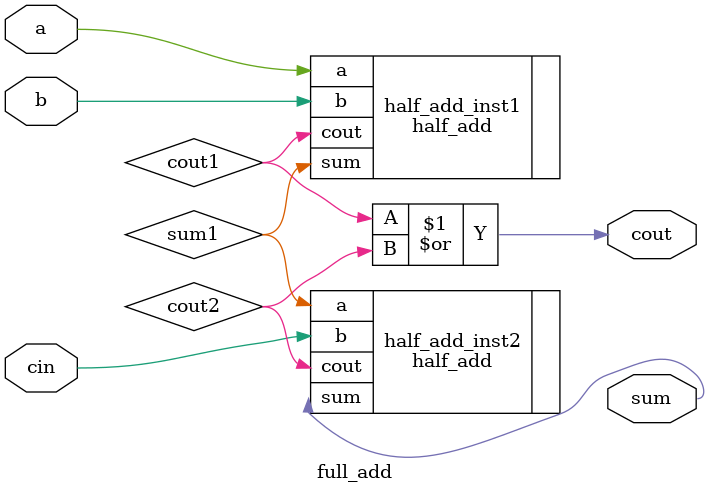
<source format=sv>
`timescale 1ns / 1ps
module full_add(a, b, cin, sum, cout);

    input a, b, cin;
    output sum, cout;
    
    wire cout1, cout2;
    wire sum1;
    
    half_add half_add_inst1(
        .a(a),
        .b(b),
        .sum(sum1),
        .cout(cout1)
    );
    
    half_add half_add_inst2(
        .a(sum1),
        .b(cin),
        .sum(sum),
        .cout(cout2)
    );
    
    assign cout = cout1 | cout2;
    
endmodule

</source>
